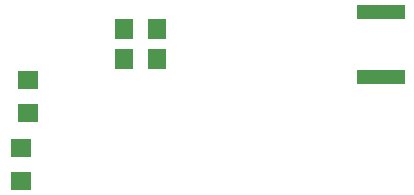
<source format=gbr>
G04 EAGLE Gerber RS-274X export*
G75*
%MOMM*%
%FSLAX34Y34*%
%LPD*%
%INSolderpaste Bottom*%
%IPPOS*%
%AMOC8*
5,1,8,0,0,1.08239X$1,22.5*%
G01*
%ADD10R,1.800000X1.600000*%
%ADD11R,1.600000X1.800000*%
%ADD12R,4.100000X1.250000*%


D10*
X323850Y373350D03*
X323850Y401350D03*
X317500Y344200D03*
X317500Y316200D03*
D11*
X405100Y419100D03*
X433100Y419100D03*
D12*
X622300Y404050D03*
X622300Y459550D03*
D11*
X405100Y444500D03*
X433100Y444500D03*
M02*

</source>
